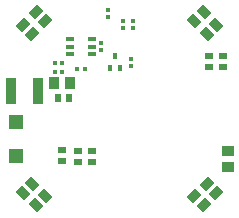
<source format=gbp>
G04 Layer_Color=128*
%FSLAX25Y25*%
%MOIN*%
G70*
G01*
G75*
%ADD21R,0.01378X0.01181*%
%ADD27R,0.01260X0.01260*%
%ADD37R,0.01181X0.01378*%
%ADD38R,0.02362X0.02520*%
%ADD39R,0.02520X0.02362*%
%ADD40R,0.01260X0.01260*%
%ADD62R,0.01417X0.01969*%
%ADD63R,0.01575X0.01969*%
%ADD64R,0.04724X0.04921*%
%ADD65R,0.02598X0.01575*%
%ADD66R,0.03347X0.09055*%
%ADD69R,0.03937X0.03543*%
G04:AMPARAMS|DCode=70|XSize=39.37mil|YSize=31.5mil|CornerRadius=0mil|HoleSize=0mil|Usage=FLASHONLY|Rotation=45.000|XOffset=0mil|YOffset=0mil|HoleType=Round|Shape=Rectangle|*
%AMROTATEDRECTD70*
4,1,4,-0.00278,-0.02506,-0.02506,-0.00278,0.00278,0.02506,0.02506,0.00278,-0.00278,-0.02506,0.0*
%
%ADD70ROTATEDRECTD70*%

G04:AMPARAMS|DCode=71|XSize=39.37mil|YSize=31.5mil|CornerRadius=0mil|HoleSize=0mil|Usage=FLASHONLY|Rotation=135.000|XOffset=0mil|YOffset=0mil|HoleType=Round|Shape=Rectangle|*
%AMROTATEDRECTD71*
4,1,4,0.02506,-0.00278,0.00278,-0.02506,-0.02506,0.00278,-0.00278,0.02506,0.02506,-0.00278,0.0*
%
%ADD71ROTATEDRECTD71*%

%ADD72R,0.03543X0.03937*%
D21*
X3800Y14119D02*
D03*
Y16481D02*
D03*
X-6400Y22081D02*
D03*
Y19719D02*
D03*
X1100Y29300D02*
D03*
Y26938D02*
D03*
X4400Y29281D02*
D03*
Y26919D02*
D03*
D27*
X-3999Y30622D02*
D03*
Y32827D02*
D03*
D37*
X-14081Y13100D02*
D03*
X-11719D02*
D03*
D38*
X-16789Y3600D02*
D03*
X-20411D02*
D03*
D39*
X29800Y13889D02*
D03*
Y17511D02*
D03*
X-9200Y-17611D02*
D03*
Y-13989D02*
D03*
X-14000Y-17611D02*
D03*
Y-13989D02*
D03*
X-19200Y-17511D02*
D03*
Y-13889D02*
D03*
X34300Y13889D02*
D03*
Y17511D02*
D03*
D40*
X-19300Y15300D02*
D03*
X-21505D02*
D03*
X-19298Y12400D02*
D03*
X-21502D02*
D03*
D62*
X75Y13532D02*
D03*
X-3075D02*
D03*
D63*
X-1500Y17469D02*
D03*
D64*
X-34500Y-15709D02*
D03*
Y-4291D02*
D03*
D65*
X-16642Y18141D02*
D03*
Y20700D02*
D03*
Y23259D02*
D03*
X-9358D02*
D03*
Y20700D02*
D03*
Y18141D02*
D03*
D66*
X-27272Y5800D02*
D03*
X-36328D02*
D03*
D69*
X36100Y-13942D02*
D03*
Y-19257D02*
D03*
D70*
X29100Y-24924D02*
D03*
X24924Y-29100D02*
D03*
X27987Y-32162D02*
D03*
X32162Y-27986D02*
D03*
X-27987Y32162D02*
D03*
X-32162Y27986D02*
D03*
X-29100Y24924D02*
D03*
X-24924Y29100D02*
D03*
D71*
X-32162Y-27987D02*
D03*
X-27986Y-32162D02*
D03*
X-24924Y-29100D02*
D03*
X-29100Y-24924D02*
D03*
X32162Y27987D02*
D03*
X27986Y32162D02*
D03*
X24924Y29100D02*
D03*
X29100Y24924D02*
D03*
D72*
X-16443Y8500D02*
D03*
X-21757D02*
D03*
M02*

</source>
